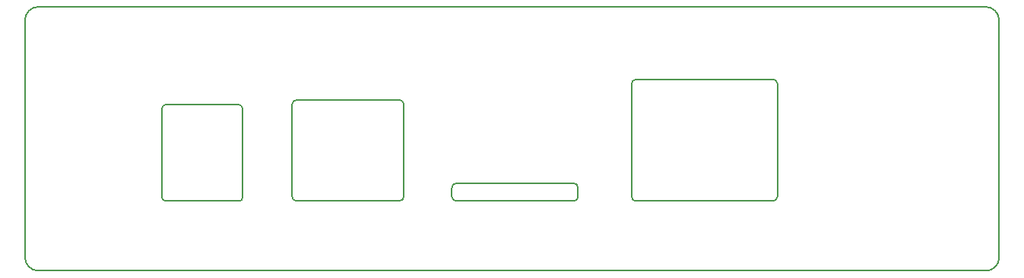
<source format=gbr>
%FSLAX36Y36*%
%MOMM*%
G04 EasyPC Gerber Version 18.0.8 Build 3632 *
%ADD11C,0.12700*%
X0Y0D02*
D02*
D11*
X22287500Y64911500D02*
G75*
G03X20787500Y63411500J-1500000D01*
G01*
Y36911500*
G75*
G03X22287500Y35411500I1500000*
G01*
X127787500*
G75*
G03X129287500Y36911500J1500000*
G01*
Y63411500*
G75*
G03X127787500Y64911500I-1500000*
G01*
X22287500*
X36537500Y54011500D02*
G75*
G03X36037500Y53511500J-500000D01*
G01*
Y43611500*
G75*
G03X36437500Y43211500I400000*
G01*
X44637500*
G75*
G03X45037500Y43611500J400000*
G01*
Y53511500*
G75*
G03X44537500Y54011500I-500000*
G01*
X36537500*
X51037500Y54511500D02*
G75*
G03X50537500Y54011500J-500000D01*
G01*
Y43711500*
G75*
G03X51037500Y43211500I500000*
G01*
X62487500*
G75*
G03X62987500Y43711500J500000*
G01*
Y54011500*
G75*
G03X62487500Y54511500I-500000*
G01*
X51037500*
X68837500Y45211500D02*
G75*
G03X68337500Y44711500J-500000D01*
G01*
Y43711500*
G75*
G03X68837500Y43211500I500000*
G01*
X81887500*
G75*
G03X82387500Y43711500J500000*
G01*
Y44711500*
G75*
G03X81887500Y45211500I-500000*
G01*
X68837500*
X88837500Y56811500D02*
G75*
G03X88337500Y56311500J-500000D01*
G01*
Y43711500*
G75*
G03X88837500Y43211500I500000*
G01*
X104087500*
G75*
G03X104587500Y43711500J500000*
G01*
Y56311500*
G75*
G03X104087500Y56811500I-500000*
G01*
X88837500*
X0Y0D02*
M02*

</source>
